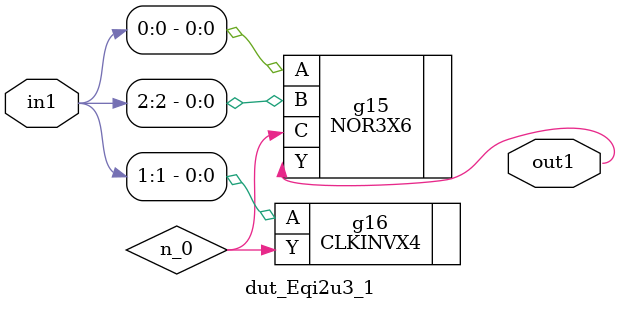
<source format=v>
`timescale 1ps / 1ps


module dut_Eqi2u3_1(in1, out1);
  input [2:0] in1;
  output out1;
  wire [2:0] in1;
  wire out1;
  wire n_0;
  NOR3X6 g15(.A (in1[0]), .B (in1[2]), .C (n_0), .Y (out1));
  CLKINVX4 g16(.A (in1[1]), .Y (n_0));
endmodule



</source>
